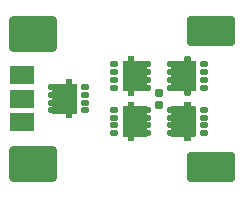
<source format=gbs>
G04*
G04 #@! TF.GenerationSoftware,Altium Limited,Altium Designer,21.8.1 (53)*
G04*
G04 Layer_Color=16711935*
%FSLAX25Y25*%
%MOIN*%
G70*
G04*
G04 #@! TF.SameCoordinates,FA860FD0-AEA4-4FFE-92F8-4FAB6C871CC1*
G04*
G04*
G04 #@! TF.FilePolarity,Negative*
G04*
G01*
G75*
G04:AMPARAMS|DCode=30|XSize=27.56mil|YSize=29.53mil|CornerRadius=5.87mil|HoleSize=0mil|Usage=FLASHONLY|Rotation=270.000|XOffset=0mil|YOffset=0mil|HoleType=Round|Shape=RoundedRectangle|*
%AMROUNDEDRECTD30*
21,1,0.02756,0.01780,0,0,270.0*
21,1,0.01583,0.02953,0,0,270.0*
1,1,0.01173,-0.00890,-0.00791*
1,1,0.01173,-0.00890,0.00791*
1,1,0.01173,0.00890,0.00791*
1,1,0.01173,0.00890,-0.00791*
%
%ADD30ROUNDEDRECTD30*%
G04:AMPARAMS|DCode=47|XSize=23.62mil|YSize=17.72mil|CornerRadius=3.97mil|HoleSize=0mil|Usage=FLASHONLY|Rotation=180.000|XOffset=0mil|YOffset=0mil|HoleType=Round|Shape=RoundedRectangle|*
%AMROUNDEDRECTD47*
21,1,0.02362,0.00978,0,0,180.0*
21,1,0.01569,0.01772,0,0,180.0*
1,1,0.00793,-0.00784,0.00489*
1,1,0.00793,0.00784,0.00489*
1,1,0.00793,0.00784,-0.00489*
1,1,0.00793,-0.00784,-0.00489*
%
%ADD47ROUNDEDRECTD47*%
G04:AMPARAMS|DCode=48|XSize=23.62mil|YSize=19.68mil|CornerRadius=4.25mil|HoleSize=0mil|Usage=FLASHONLY|Rotation=180.000|XOffset=0mil|YOffset=0mil|HoleType=Round|Shape=RoundedRectangle|*
%AMROUNDEDRECTD48*
21,1,0.02362,0.01118,0,0,180.0*
21,1,0.01512,0.01968,0,0,180.0*
1,1,0.00850,-0.00756,0.00559*
1,1,0.00850,0.00756,0.00559*
1,1,0.00850,0.00756,-0.00559*
1,1,0.00850,-0.00756,-0.00559*
%
%ADD48ROUNDEDRECTD48*%
G04:AMPARAMS|DCode=49|XSize=82.68mil|YSize=62.99mil|CornerRadius=9.35mil|HoleSize=0mil|Usage=FLASHONLY|Rotation=0.000|XOffset=0mil|YOffset=0mil|HoleType=Round|Shape=RoundedRectangle|*
%AMROUNDEDRECTD49*
21,1,0.08268,0.04429,0,0,0.0*
21,1,0.06398,0.06299,0,0,0.0*
1,1,0.01870,0.03199,-0.02215*
1,1,0.01870,-0.03199,-0.02215*
1,1,0.01870,-0.03199,0.02215*
1,1,0.01870,0.03199,0.02215*
%
%ADD49ROUNDEDRECTD49*%
G04:AMPARAMS|DCode=50|XSize=161.42mil|YSize=102.36mil|CornerRadius=14.27mil|HoleSize=0mil|Usage=FLASHONLY|Rotation=0.000|XOffset=0mil|YOffset=0mil|HoleType=Round|Shape=RoundedRectangle|*
%AMROUNDEDRECTD50*
21,1,0.16142,0.07382,0,0,0.0*
21,1,0.13287,0.10236,0,0,0.0*
1,1,0.02854,0.06644,-0.03691*
1,1,0.02854,-0.06644,-0.03691*
1,1,0.02854,-0.06644,0.03691*
1,1,0.02854,0.06644,0.03691*
%
%ADD50ROUNDEDRECTD50*%
G04:AMPARAMS|DCode=51|XSize=161.42mil|YSize=122.05mil|CornerRadius=16.73mil|HoleSize=0mil|Usage=FLASHONLY|Rotation=180.000|XOffset=0mil|YOffset=0mil|HoleType=Round|Shape=RoundedRectangle|*
%AMROUNDEDRECTD51*
21,1,0.16142,0.08858,0,0,180.0*
21,1,0.12795,0.12205,0,0,180.0*
1,1,0.03347,-0.06398,0.04429*
1,1,0.03347,0.06398,0.04429*
1,1,0.03347,0.06398,-0.04429*
1,1,0.03347,-0.06398,-0.04429*
%
%ADD51ROUNDEDRECTD51*%
G36*
X62067Y14095D02*
X62106Y14092D01*
X62143Y14080D01*
X62177Y14062D01*
X62207Y14038D01*
X62231Y14007D01*
X62250Y13973D01*
X62261Y13936D01*
X62265Y13898D01*
Y12599D01*
X63701Y12599D01*
X63739Y12596D01*
X63776Y12584D01*
X63811Y12566D01*
X63841Y12541D01*
X63865Y12512D01*
X63884Y12477D01*
X63895Y12440D01*
X63899Y12402D01*
X63899Y2756D01*
X63895Y2717D01*
X63884Y2680D01*
X63865Y2646D01*
X63841Y2616D01*
X63811Y2591D01*
X63776Y2573D01*
X63739Y2562D01*
X63701Y2558D01*
X62265Y2558D01*
X62265Y1260D01*
X62261Y1221D01*
X62250Y1184D01*
X62231Y1150D01*
X62207Y1120D01*
X62177Y1095D01*
X62143Y1077D01*
X62106Y1066D01*
X62067Y1062D01*
X60374Y1062D01*
X60335Y1066D01*
X60298Y1077D01*
X60264Y1095D01*
X60234Y1120D01*
X60210Y1150D01*
X60191Y1184D01*
X60180Y1221D01*
X60176Y1260D01*
Y2558D01*
X55905D01*
X55867Y2562D01*
X55830Y2573D01*
X55796Y2591D01*
X55766Y2616D01*
X55741Y2646D01*
X55723Y2680D01*
X55712Y2717D01*
X55708Y2756D01*
X55708Y12402D01*
X55712Y12440D01*
X55723Y12477D01*
X55741Y12512D01*
X55766Y12541D01*
X55796Y12566D01*
X55830Y12584D01*
X55867Y12596D01*
X55905Y12599D01*
X60176Y12599D01*
Y13898D01*
X60180Y13936D01*
X60191Y13973D01*
X60210Y14007D01*
X60234Y14038D01*
X60264Y14062D01*
X60298Y14080D01*
X60335Y14092D01*
X60374Y14095D01*
X62067Y14095D01*
D02*
G37*
G36*
X43208Y14092D02*
X43245Y14080D01*
X43279Y14062D01*
X43309Y14038D01*
X43334Y14007D01*
X43352Y13973D01*
X43363Y13936D01*
X43367Y13898D01*
Y12599D01*
X47638D01*
X47676Y12596D01*
X47714Y12584D01*
X47748Y12566D01*
X47778Y12541D01*
X47802Y12512D01*
X47820Y12477D01*
X47832Y12440D01*
X47836Y12402D01*
Y2756D01*
X47832Y2717D01*
X47820Y2680D01*
X47802Y2646D01*
X47778Y2616D01*
X47748Y2591D01*
X47714Y2573D01*
X47676Y2562D01*
X47638Y2558D01*
X43367D01*
Y1260D01*
X43363Y1221D01*
X43352Y1184D01*
X43334Y1150D01*
X43309Y1120D01*
X43279Y1095D01*
X43245Y1077D01*
X43208Y1066D01*
X43169Y1062D01*
X41476D01*
X41438Y1066D01*
X41401Y1077D01*
X41366Y1095D01*
X41337Y1120D01*
X41312Y1150D01*
X41294Y1184D01*
X41282Y1221D01*
X41279Y1260D01*
X41279Y2558D01*
X39843Y2558D01*
X39804Y2562D01*
X39767Y2573D01*
X39733Y2591D01*
X39703Y2616D01*
X39678Y2646D01*
X39660Y2680D01*
X39649Y2717D01*
X39645Y2756D01*
X39645Y12402D01*
X39649Y12440D01*
X39660Y12477D01*
X39678Y12512D01*
X39703Y12541D01*
X39733Y12566D01*
X39767Y12584D01*
X39804Y12596D01*
X39843Y12599D01*
X41279D01*
Y13898D01*
X41282Y13936D01*
X41294Y13973D01*
X41312Y14007D01*
X41337Y14038D01*
X41366Y14062D01*
X41401Y14080D01*
X41438Y14092D01*
X41476Y14095D01*
X43169Y14095D01*
X43208Y14092D01*
D02*
G37*
G36*
X22539Y6513D02*
X22576Y6502D01*
X22610Y6483D01*
X22640Y6459D01*
X22664Y6429D01*
X22683Y6395D01*
X22694Y6357D01*
X22698Y6319D01*
Y5021D01*
X24134D01*
X24172Y5017D01*
X24209Y5006D01*
X24244Y4987D01*
X24274Y4963D01*
X24298Y4933D01*
X24317Y4899D01*
X24328Y4861D01*
X24332Y4823D01*
X24332Y-4823D01*
X24328Y-4861D01*
X24317Y-4899D01*
X24298Y-4933D01*
X24274Y-4963D01*
X24244Y-4987D01*
X24210Y-5006D01*
X24172Y-5017D01*
X24134Y-5021D01*
X22698Y-5021D01*
Y-6319D01*
X22694Y-6357D01*
X22683Y-6395D01*
X22664Y-6429D01*
X22640Y-6459D01*
X22610Y-6483D01*
X22576Y-6502D01*
X22539Y-6513D01*
X22500Y-6517D01*
X20807D01*
X20768Y-6513D01*
X20731Y-6502D01*
X20697Y-6483D01*
X20667Y-6459D01*
X20643Y-6429D01*
X20624Y-6395D01*
X20613Y-6357D01*
X20609Y-6319D01*
Y-5021D01*
X16339D01*
X16300Y-5017D01*
X16263Y-5006D01*
X16229Y-4987D01*
X16199Y-4963D01*
X16174Y-4933D01*
X16156Y-4899D01*
X16145Y-4861D01*
X16141Y-4823D01*
Y4823D01*
X16145Y4861D01*
X16156Y4899D01*
X16174Y4933D01*
X16199Y4963D01*
X16229Y4987D01*
X16263Y5006D01*
X16300Y5017D01*
X16339Y5021D01*
X20609D01*
Y6319D01*
X20613Y6357D01*
X20624Y6395D01*
X20643Y6429D01*
X20667Y6459D01*
X20697Y6483D01*
X20731Y6502D01*
X20768Y6513D01*
X20807Y6517D01*
X22500D01*
X22539Y6513D01*
D02*
G37*
G36*
X43208Y-1066D02*
X43245Y-1077D01*
X43279Y-1095D01*
X43309Y-1120D01*
X43334Y-1150D01*
X43352Y-1184D01*
X43363Y-1221D01*
X43367Y-1260D01*
Y-2558D01*
X47638Y-2558D01*
X47676Y-2562D01*
X47714Y-2573D01*
X47748Y-2592D01*
X47778Y-2616D01*
X47802Y-2646D01*
X47820Y-2680D01*
X47832Y-2717D01*
X47836Y-2756D01*
Y-12402D01*
X47832Y-12440D01*
X47820Y-12477D01*
X47802Y-12512D01*
X47778Y-12541D01*
X47748Y-12566D01*
X47714Y-12584D01*
X47676Y-12596D01*
X47638Y-12599D01*
X43367Y-12599D01*
Y-13898D01*
X43363Y-13936D01*
X43352Y-13973D01*
X43334Y-14007D01*
X43309Y-14038D01*
X43279Y-14062D01*
X43245Y-14080D01*
X43208Y-14092D01*
X43169Y-14095D01*
X41476Y-14095D01*
X41438Y-14092D01*
X41401Y-14080D01*
X41366Y-14062D01*
X41337Y-14038D01*
X41312Y-14007D01*
X41294Y-13973D01*
X41282Y-13936D01*
X41279Y-13898D01*
Y-12599D01*
X39843Y-12599D01*
X39804Y-12596D01*
X39767Y-12584D01*
X39733Y-12566D01*
X39703Y-12541D01*
X39678Y-12512D01*
X39660Y-12477D01*
X39649Y-12440D01*
X39645Y-12402D01*
Y-2756D01*
X39649Y-2717D01*
X39660Y-2680D01*
X39678Y-2646D01*
X39703Y-2616D01*
X39733Y-2592D01*
X39767Y-2573D01*
X39804Y-2562D01*
X39843Y-2558D01*
X41279Y-2558D01*
Y-1260D01*
X41282Y-1221D01*
X41294Y-1184D01*
X41312Y-1150D01*
X41337Y-1120D01*
X41366Y-1095D01*
X41401Y-1077D01*
X41438Y-1066D01*
X41476Y-1062D01*
X43169Y-1062D01*
X43208Y-1066D01*
D02*
G37*
G36*
X62106D02*
X62143Y-1077D01*
X62177Y-1095D01*
X62207Y-1120D01*
X62231Y-1150D01*
X62250Y-1184D01*
X62261Y-1221D01*
X62265Y-1260D01*
X62265Y-2558D01*
X63701D01*
X63739Y-2562D01*
X63776Y-2573D01*
X63811Y-2591D01*
X63841Y-2616D01*
X63865Y-2646D01*
X63884Y-2680D01*
X63895Y-2717D01*
X63899Y-2756D01*
X63899Y-12402D01*
X63895Y-12440D01*
X63884Y-12477D01*
X63865Y-12512D01*
X63841Y-12541D01*
X63811Y-12566D01*
X63776Y-12584D01*
X63739Y-12596D01*
X63701Y-12599D01*
X62265Y-12599D01*
X62265Y-13898D01*
X62261Y-13936D01*
X62250Y-13973D01*
X62231Y-14007D01*
X62207Y-14038D01*
X62177Y-14062D01*
X62143Y-14080D01*
X62106Y-14092D01*
X62067Y-14095D01*
X60374D01*
X60335Y-14092D01*
X60298Y-14080D01*
X60264Y-14062D01*
X60234Y-14038D01*
X60210Y-14007D01*
X60191Y-13973D01*
X60180Y-13936D01*
X60176Y-13898D01*
Y-12599D01*
X55905Y-12599D01*
X55867Y-12596D01*
X55830Y-12584D01*
X55796Y-12566D01*
X55766Y-12541D01*
X55741Y-12512D01*
X55723Y-12477D01*
X55712Y-12440D01*
X55708Y-12402D01*
Y-2756D01*
X55712Y-2717D01*
X55723Y-2680D01*
X55741Y-2646D01*
X55766Y-2616D01*
X55796Y-2591D01*
X55830Y-2573D01*
X55867Y-2562D01*
X55905Y-2558D01*
X60176Y-2558D01*
Y-1260D01*
X60180Y-1221D01*
X60191Y-1184D01*
X60210Y-1150D01*
X60234Y-1120D01*
X60264Y-1095D01*
X60298Y-1077D01*
X60335Y-1066D01*
X60374Y-1062D01*
X62067D01*
X62106Y-1066D01*
D02*
G37*
D30*
X51772Y1969D02*
D03*
X51772Y-1969D02*
D03*
D47*
X66732Y11417D02*
D03*
Y8858D02*
D03*
Y6299D02*
D03*
Y3740D02*
D03*
X36811Y-3740D02*
D03*
Y-6299D02*
D03*
Y-8858D02*
D03*
Y-11417D02*
D03*
Y11417D02*
D03*
Y8858D02*
D03*
Y6299D02*
D03*
Y3740D02*
D03*
X66732Y-11417D02*
D03*
X66732Y-8858D02*
D03*
X66732Y-6299D02*
D03*
X66732Y-3740D02*
D03*
X27165Y-3839D02*
D03*
Y-1280D02*
D03*
Y1280D02*
D03*
X27165Y3839D02*
D03*
D48*
X55709Y3740D02*
D03*
Y6299D02*
D03*
Y8858D02*
D03*
Y11417D02*
D03*
X47835Y-11417D02*
D03*
Y-8858D02*
D03*
Y-6299D02*
D03*
Y-3740D02*
D03*
Y3740D02*
D03*
Y6299D02*
D03*
X47835Y8858D02*
D03*
X47835Y11417D02*
D03*
X55709Y-3740D02*
D03*
X55709Y-6299D02*
D03*
X55709Y-8858D02*
D03*
Y-11417D02*
D03*
X16142Y3839D02*
D03*
X16142Y1280D02*
D03*
X16142Y-1280D02*
D03*
Y-3839D02*
D03*
D49*
X6102Y7874D02*
D03*
X5906Y-7874D02*
D03*
X6102Y0D02*
D03*
D50*
X68898Y22638D02*
D03*
Y-22638D02*
D03*
D51*
X9843Y-21654D02*
D03*
Y21654D02*
D03*
M02*

</source>
